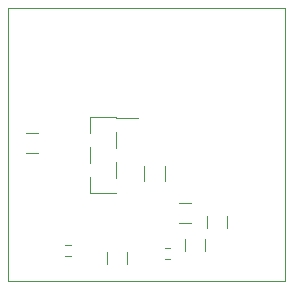
<source format=gbo>
G04 #@! TF.FileFunction,Legend,Bot*
%FSLAX46Y46*%
G04 Gerber Fmt 4.6, Leading zero omitted, Abs format (unit mm)*
G04 Created by KiCad (PCBNEW 4.0.7) date 01/17/18 14:56:10*
%MOMM*%
%LPD*%
G01*
G04 APERTURE LIST*
%ADD10C,0.152400*%
%ADD11C,0.100000*%
%ADD12C,0.120000*%
G04 APERTURE END LIST*
D10*
D11*
X37100000Y-36800000D02*
X37000000Y-36800000D01*
X37100000Y-13700000D02*
X37100000Y-36800000D01*
X36700000Y-13700000D02*
X37100000Y-13700000D01*
X35900000Y-13700000D02*
X36700000Y-13700000D01*
X13600000Y-13700000D02*
X35900000Y-13700000D01*
X13600000Y-36800000D02*
X13600000Y-13700000D01*
X37000000Y-36800000D02*
X13600000Y-36800000D01*
D12*
X22780000Y-22955000D02*
X20560000Y-22955000D01*
X22780000Y-29425000D02*
X20560000Y-29425000D01*
X20560000Y-22965000D02*
X20560000Y-24335000D01*
X22780000Y-23065000D02*
X24610000Y-23065000D01*
X22780000Y-22955000D02*
X22780000Y-23065000D01*
X20560000Y-29315000D02*
X20560000Y-29425000D01*
X20560000Y-25505000D02*
X20560000Y-26875000D01*
X20560000Y-28045000D02*
X20560000Y-29415000D01*
X22780000Y-24235000D02*
X22780000Y-25605000D01*
X22780000Y-26775000D02*
X22780000Y-28145000D01*
X30330000Y-33320000D02*
X30330000Y-34320000D01*
X28630000Y-34320000D02*
X28630000Y-33320000D01*
X18970000Y-34730000D02*
X18470000Y-34730000D01*
X18470000Y-33790000D02*
X18970000Y-33790000D01*
X27390000Y-35000000D02*
X26890000Y-35000000D01*
X26890000Y-34060000D02*
X27390000Y-34060000D01*
X23700000Y-34400000D02*
X23700000Y-35400000D01*
X22000000Y-35400000D02*
X22000000Y-34400000D01*
X16170000Y-25970000D02*
X15170000Y-25970000D01*
X15170000Y-24270000D02*
X16170000Y-24270000D01*
X32190000Y-31350000D02*
X32190000Y-32350000D01*
X30490000Y-32350000D02*
X30490000Y-31350000D01*
X26910000Y-28330000D02*
X26910000Y-27130000D01*
X25150000Y-27130000D02*
X25150000Y-28330000D01*
X28120000Y-30250000D02*
X29120000Y-30250000D01*
X29120000Y-31950000D02*
X28120000Y-31950000D01*
M02*

</source>
